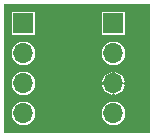
<source format=gbr>
G04 #@! TF.GenerationSoftware,KiCad,Pcbnew,(5.1.5-0-10_14)*
G04 #@! TF.CreationDate,2020-09-27T01:07:16-07:00*
G04 #@! TF.ProjectId,AD822x_Breakout,41443832-3278-45f4-9272-65616b6f7574,rev?*
G04 #@! TF.SameCoordinates,Original*
G04 #@! TF.FileFunction,Copper,L2,Bot*
G04 #@! TF.FilePolarity,Positive*
%FSLAX46Y46*%
G04 Gerber Fmt 4.6, Leading zero omitted, Abs format (unit mm)*
G04 Created by KiCad (PCBNEW (5.1.5-0-10_14)) date 2020-09-27 01:07:16*
%MOMM*%
%LPD*%
G04 APERTURE LIST*
%ADD10O,1.700000X1.700000*%
%ADD11R,1.700000X1.700000*%
%ADD12C,0.100000*%
G04 APERTURE END LIST*
D10*
X137160000Y-88900000D03*
X137160000Y-86360000D03*
X137160000Y-83820000D03*
D11*
X137160000Y-81280000D03*
X144780000Y-81280000D03*
D10*
X144780000Y-83820000D03*
X144780000Y-86360000D03*
X144780000Y-88900000D03*
D12*
G36*
X147825001Y-90525000D02*
G01*
X135575000Y-90525000D01*
X135575000Y-88798849D01*
X136133000Y-88798849D01*
X136133000Y-89001151D01*
X136172467Y-89199565D01*
X136249885Y-89386467D01*
X136362277Y-89554674D01*
X136505326Y-89697723D01*
X136673533Y-89810115D01*
X136860435Y-89887533D01*
X137058849Y-89927000D01*
X137261151Y-89927000D01*
X137459565Y-89887533D01*
X137646467Y-89810115D01*
X137814674Y-89697723D01*
X137957723Y-89554674D01*
X138070115Y-89386467D01*
X138147533Y-89199565D01*
X138187000Y-89001151D01*
X138187000Y-88798849D01*
X143753000Y-88798849D01*
X143753000Y-89001151D01*
X143792467Y-89199565D01*
X143869885Y-89386467D01*
X143982277Y-89554674D01*
X144125326Y-89697723D01*
X144293533Y-89810115D01*
X144480435Y-89887533D01*
X144678849Y-89927000D01*
X144881151Y-89927000D01*
X145079565Y-89887533D01*
X145266467Y-89810115D01*
X145434674Y-89697723D01*
X145577723Y-89554674D01*
X145690115Y-89386467D01*
X145767533Y-89199565D01*
X145807000Y-89001151D01*
X145807000Y-88798849D01*
X145767533Y-88600435D01*
X145690115Y-88413533D01*
X145577723Y-88245326D01*
X145434674Y-88102277D01*
X145266467Y-87989885D01*
X145079565Y-87912467D01*
X144881151Y-87873000D01*
X144678849Y-87873000D01*
X144480435Y-87912467D01*
X144293533Y-87989885D01*
X144125326Y-88102277D01*
X143982277Y-88245326D01*
X143869885Y-88413533D01*
X143792467Y-88600435D01*
X143753000Y-88798849D01*
X138187000Y-88798849D01*
X138147533Y-88600435D01*
X138070115Y-88413533D01*
X137957723Y-88245326D01*
X137814674Y-88102277D01*
X137646467Y-87989885D01*
X137459565Y-87912467D01*
X137261151Y-87873000D01*
X137058849Y-87873000D01*
X136860435Y-87912467D01*
X136673533Y-87989885D01*
X136505326Y-88102277D01*
X136362277Y-88245326D01*
X136249885Y-88413533D01*
X136172467Y-88600435D01*
X136133000Y-88798849D01*
X135575000Y-88798849D01*
X135575000Y-86258849D01*
X136133000Y-86258849D01*
X136133000Y-86461151D01*
X136172467Y-86659565D01*
X136249885Y-86846467D01*
X136362277Y-87014674D01*
X136505326Y-87157723D01*
X136673533Y-87270115D01*
X136860435Y-87347533D01*
X137058849Y-87387000D01*
X137261151Y-87387000D01*
X137459565Y-87347533D01*
X137646467Y-87270115D01*
X137814674Y-87157723D01*
X137957723Y-87014674D01*
X138070115Y-86846467D01*
X138147533Y-86659565D01*
X138175021Y-86521371D01*
X143793107Y-86521371D01*
X143806474Y-86588580D01*
X143869774Y-86774113D01*
X143968053Y-86943732D01*
X144097535Y-87090919D01*
X144253244Y-87210017D01*
X144429196Y-87296449D01*
X144618629Y-87346894D01*
X144775000Y-87322488D01*
X144775000Y-86365000D01*
X144785000Y-86365000D01*
X144785000Y-87322488D01*
X144941371Y-87346894D01*
X145130804Y-87296449D01*
X145306756Y-87210017D01*
X145462465Y-87090919D01*
X145591947Y-86943732D01*
X145690226Y-86774113D01*
X145753526Y-86588580D01*
X145766893Y-86521371D01*
X145742487Y-86365000D01*
X144785000Y-86365000D01*
X144775000Y-86365000D01*
X143817513Y-86365000D01*
X143793107Y-86521371D01*
X138175021Y-86521371D01*
X138187000Y-86461151D01*
X138187000Y-86258849D01*
X138175022Y-86198629D01*
X143793107Y-86198629D01*
X143817513Y-86355000D01*
X144775000Y-86355000D01*
X144775000Y-85397512D01*
X144785000Y-85397512D01*
X144785000Y-86355000D01*
X145742487Y-86355000D01*
X145766893Y-86198629D01*
X145753526Y-86131420D01*
X145690226Y-85945887D01*
X145591947Y-85776268D01*
X145462465Y-85629081D01*
X145306756Y-85509983D01*
X145130804Y-85423551D01*
X144941371Y-85373106D01*
X144785000Y-85397512D01*
X144775000Y-85397512D01*
X144618629Y-85373106D01*
X144429196Y-85423551D01*
X144253244Y-85509983D01*
X144097535Y-85629081D01*
X143968053Y-85776268D01*
X143869774Y-85945887D01*
X143806474Y-86131420D01*
X143793107Y-86198629D01*
X138175022Y-86198629D01*
X138147533Y-86060435D01*
X138070115Y-85873533D01*
X137957723Y-85705326D01*
X137814674Y-85562277D01*
X137646467Y-85449885D01*
X137459565Y-85372467D01*
X137261151Y-85333000D01*
X137058849Y-85333000D01*
X136860435Y-85372467D01*
X136673533Y-85449885D01*
X136505326Y-85562277D01*
X136362277Y-85705326D01*
X136249885Y-85873533D01*
X136172467Y-86060435D01*
X136133000Y-86258849D01*
X135575000Y-86258849D01*
X135575000Y-83718849D01*
X136133000Y-83718849D01*
X136133000Y-83921151D01*
X136172467Y-84119565D01*
X136249885Y-84306467D01*
X136362277Y-84474674D01*
X136505326Y-84617723D01*
X136673533Y-84730115D01*
X136860435Y-84807533D01*
X137058849Y-84847000D01*
X137261151Y-84847000D01*
X137459565Y-84807533D01*
X137646467Y-84730115D01*
X137814674Y-84617723D01*
X137957723Y-84474674D01*
X138070115Y-84306467D01*
X138147533Y-84119565D01*
X138187000Y-83921151D01*
X138187000Y-83718849D01*
X143753000Y-83718849D01*
X143753000Y-83921151D01*
X143792467Y-84119565D01*
X143869885Y-84306467D01*
X143982277Y-84474674D01*
X144125326Y-84617723D01*
X144293533Y-84730115D01*
X144480435Y-84807533D01*
X144678849Y-84847000D01*
X144881151Y-84847000D01*
X145079565Y-84807533D01*
X145266467Y-84730115D01*
X145434674Y-84617723D01*
X145577723Y-84474674D01*
X145690115Y-84306467D01*
X145767533Y-84119565D01*
X145807000Y-83921151D01*
X145807000Y-83718849D01*
X145767533Y-83520435D01*
X145690115Y-83333533D01*
X145577723Y-83165326D01*
X145434674Y-83022277D01*
X145266467Y-82909885D01*
X145079565Y-82832467D01*
X144881151Y-82793000D01*
X144678849Y-82793000D01*
X144480435Y-82832467D01*
X144293533Y-82909885D01*
X144125326Y-83022277D01*
X143982277Y-83165326D01*
X143869885Y-83333533D01*
X143792467Y-83520435D01*
X143753000Y-83718849D01*
X138187000Y-83718849D01*
X138147533Y-83520435D01*
X138070115Y-83333533D01*
X137957723Y-83165326D01*
X137814674Y-83022277D01*
X137646467Y-82909885D01*
X137459565Y-82832467D01*
X137261151Y-82793000D01*
X137058849Y-82793000D01*
X136860435Y-82832467D01*
X136673533Y-82909885D01*
X136505326Y-83022277D01*
X136362277Y-83165326D01*
X136249885Y-83333533D01*
X136172467Y-83520435D01*
X136133000Y-83718849D01*
X135575000Y-83718849D01*
X135575000Y-80430000D01*
X136132144Y-80430000D01*
X136132144Y-82130000D01*
X136135561Y-82164698D01*
X136145682Y-82198063D01*
X136162118Y-82228811D01*
X136184237Y-82255763D01*
X136211189Y-82277882D01*
X136241937Y-82294318D01*
X136275302Y-82304439D01*
X136310000Y-82307856D01*
X138010000Y-82307856D01*
X138044698Y-82304439D01*
X138078063Y-82294318D01*
X138108811Y-82277882D01*
X138135763Y-82255763D01*
X138157882Y-82228811D01*
X138174318Y-82198063D01*
X138184439Y-82164698D01*
X138187856Y-82130000D01*
X138187856Y-80430000D01*
X143752144Y-80430000D01*
X143752144Y-82130000D01*
X143755561Y-82164698D01*
X143765682Y-82198063D01*
X143782118Y-82228811D01*
X143804237Y-82255763D01*
X143831189Y-82277882D01*
X143861937Y-82294318D01*
X143895302Y-82304439D01*
X143930000Y-82307856D01*
X145630000Y-82307856D01*
X145664698Y-82304439D01*
X145698063Y-82294318D01*
X145728811Y-82277882D01*
X145755763Y-82255763D01*
X145777882Y-82228811D01*
X145794318Y-82198063D01*
X145804439Y-82164698D01*
X145807856Y-82130000D01*
X145807856Y-80430000D01*
X145804439Y-80395302D01*
X145794318Y-80361937D01*
X145777882Y-80331189D01*
X145755763Y-80304237D01*
X145728811Y-80282118D01*
X145698063Y-80265682D01*
X145664698Y-80255561D01*
X145630000Y-80252144D01*
X143930000Y-80252144D01*
X143895302Y-80255561D01*
X143861937Y-80265682D01*
X143831189Y-80282118D01*
X143804237Y-80304237D01*
X143782118Y-80331189D01*
X143765682Y-80361937D01*
X143755561Y-80395302D01*
X143752144Y-80430000D01*
X138187856Y-80430000D01*
X138184439Y-80395302D01*
X138174318Y-80361937D01*
X138157882Y-80331189D01*
X138135763Y-80304237D01*
X138108811Y-80282118D01*
X138078063Y-80265682D01*
X138044698Y-80255561D01*
X138010000Y-80252144D01*
X136310000Y-80252144D01*
X136275302Y-80255561D01*
X136241937Y-80265682D01*
X136211189Y-80282118D01*
X136184237Y-80304237D01*
X136162118Y-80331189D01*
X136145682Y-80361937D01*
X136135561Y-80395302D01*
X136132144Y-80430000D01*
X135575000Y-80430000D01*
X135575000Y-79675000D01*
X147825000Y-79675000D01*
X147825001Y-90525000D01*
G37*
X147825001Y-90525000D02*
X135575000Y-90525000D01*
X135575000Y-88798849D01*
X136133000Y-88798849D01*
X136133000Y-89001151D01*
X136172467Y-89199565D01*
X136249885Y-89386467D01*
X136362277Y-89554674D01*
X136505326Y-89697723D01*
X136673533Y-89810115D01*
X136860435Y-89887533D01*
X137058849Y-89927000D01*
X137261151Y-89927000D01*
X137459565Y-89887533D01*
X137646467Y-89810115D01*
X137814674Y-89697723D01*
X137957723Y-89554674D01*
X138070115Y-89386467D01*
X138147533Y-89199565D01*
X138187000Y-89001151D01*
X138187000Y-88798849D01*
X143753000Y-88798849D01*
X143753000Y-89001151D01*
X143792467Y-89199565D01*
X143869885Y-89386467D01*
X143982277Y-89554674D01*
X144125326Y-89697723D01*
X144293533Y-89810115D01*
X144480435Y-89887533D01*
X144678849Y-89927000D01*
X144881151Y-89927000D01*
X145079565Y-89887533D01*
X145266467Y-89810115D01*
X145434674Y-89697723D01*
X145577723Y-89554674D01*
X145690115Y-89386467D01*
X145767533Y-89199565D01*
X145807000Y-89001151D01*
X145807000Y-88798849D01*
X145767533Y-88600435D01*
X145690115Y-88413533D01*
X145577723Y-88245326D01*
X145434674Y-88102277D01*
X145266467Y-87989885D01*
X145079565Y-87912467D01*
X144881151Y-87873000D01*
X144678849Y-87873000D01*
X144480435Y-87912467D01*
X144293533Y-87989885D01*
X144125326Y-88102277D01*
X143982277Y-88245326D01*
X143869885Y-88413533D01*
X143792467Y-88600435D01*
X143753000Y-88798849D01*
X138187000Y-88798849D01*
X138147533Y-88600435D01*
X138070115Y-88413533D01*
X137957723Y-88245326D01*
X137814674Y-88102277D01*
X137646467Y-87989885D01*
X137459565Y-87912467D01*
X137261151Y-87873000D01*
X137058849Y-87873000D01*
X136860435Y-87912467D01*
X136673533Y-87989885D01*
X136505326Y-88102277D01*
X136362277Y-88245326D01*
X136249885Y-88413533D01*
X136172467Y-88600435D01*
X136133000Y-88798849D01*
X135575000Y-88798849D01*
X135575000Y-86258849D01*
X136133000Y-86258849D01*
X136133000Y-86461151D01*
X136172467Y-86659565D01*
X136249885Y-86846467D01*
X136362277Y-87014674D01*
X136505326Y-87157723D01*
X136673533Y-87270115D01*
X136860435Y-87347533D01*
X137058849Y-87387000D01*
X137261151Y-87387000D01*
X137459565Y-87347533D01*
X137646467Y-87270115D01*
X137814674Y-87157723D01*
X137957723Y-87014674D01*
X138070115Y-86846467D01*
X138147533Y-86659565D01*
X138175021Y-86521371D01*
X143793107Y-86521371D01*
X143806474Y-86588580D01*
X143869774Y-86774113D01*
X143968053Y-86943732D01*
X144097535Y-87090919D01*
X144253244Y-87210017D01*
X144429196Y-87296449D01*
X144618629Y-87346894D01*
X144775000Y-87322488D01*
X144775000Y-86365000D01*
X144785000Y-86365000D01*
X144785000Y-87322488D01*
X144941371Y-87346894D01*
X145130804Y-87296449D01*
X145306756Y-87210017D01*
X145462465Y-87090919D01*
X145591947Y-86943732D01*
X145690226Y-86774113D01*
X145753526Y-86588580D01*
X145766893Y-86521371D01*
X145742487Y-86365000D01*
X144785000Y-86365000D01*
X144775000Y-86365000D01*
X143817513Y-86365000D01*
X143793107Y-86521371D01*
X138175021Y-86521371D01*
X138187000Y-86461151D01*
X138187000Y-86258849D01*
X138175022Y-86198629D01*
X143793107Y-86198629D01*
X143817513Y-86355000D01*
X144775000Y-86355000D01*
X144775000Y-85397512D01*
X144785000Y-85397512D01*
X144785000Y-86355000D01*
X145742487Y-86355000D01*
X145766893Y-86198629D01*
X145753526Y-86131420D01*
X145690226Y-85945887D01*
X145591947Y-85776268D01*
X145462465Y-85629081D01*
X145306756Y-85509983D01*
X145130804Y-85423551D01*
X144941371Y-85373106D01*
X144785000Y-85397512D01*
X144775000Y-85397512D01*
X144618629Y-85373106D01*
X144429196Y-85423551D01*
X144253244Y-85509983D01*
X144097535Y-85629081D01*
X143968053Y-85776268D01*
X143869774Y-85945887D01*
X143806474Y-86131420D01*
X143793107Y-86198629D01*
X138175022Y-86198629D01*
X138147533Y-86060435D01*
X138070115Y-85873533D01*
X137957723Y-85705326D01*
X137814674Y-85562277D01*
X137646467Y-85449885D01*
X137459565Y-85372467D01*
X137261151Y-85333000D01*
X137058849Y-85333000D01*
X136860435Y-85372467D01*
X136673533Y-85449885D01*
X136505326Y-85562277D01*
X136362277Y-85705326D01*
X136249885Y-85873533D01*
X136172467Y-86060435D01*
X136133000Y-86258849D01*
X135575000Y-86258849D01*
X135575000Y-83718849D01*
X136133000Y-83718849D01*
X136133000Y-83921151D01*
X136172467Y-84119565D01*
X136249885Y-84306467D01*
X136362277Y-84474674D01*
X136505326Y-84617723D01*
X136673533Y-84730115D01*
X136860435Y-84807533D01*
X137058849Y-84847000D01*
X137261151Y-84847000D01*
X137459565Y-84807533D01*
X137646467Y-84730115D01*
X137814674Y-84617723D01*
X137957723Y-84474674D01*
X138070115Y-84306467D01*
X138147533Y-84119565D01*
X138187000Y-83921151D01*
X138187000Y-83718849D01*
X143753000Y-83718849D01*
X143753000Y-83921151D01*
X143792467Y-84119565D01*
X143869885Y-84306467D01*
X143982277Y-84474674D01*
X144125326Y-84617723D01*
X144293533Y-84730115D01*
X144480435Y-84807533D01*
X144678849Y-84847000D01*
X144881151Y-84847000D01*
X145079565Y-84807533D01*
X145266467Y-84730115D01*
X145434674Y-84617723D01*
X145577723Y-84474674D01*
X145690115Y-84306467D01*
X145767533Y-84119565D01*
X145807000Y-83921151D01*
X145807000Y-83718849D01*
X145767533Y-83520435D01*
X145690115Y-83333533D01*
X145577723Y-83165326D01*
X145434674Y-83022277D01*
X145266467Y-82909885D01*
X145079565Y-82832467D01*
X144881151Y-82793000D01*
X144678849Y-82793000D01*
X144480435Y-82832467D01*
X144293533Y-82909885D01*
X144125326Y-83022277D01*
X143982277Y-83165326D01*
X143869885Y-83333533D01*
X143792467Y-83520435D01*
X143753000Y-83718849D01*
X138187000Y-83718849D01*
X138147533Y-83520435D01*
X138070115Y-83333533D01*
X137957723Y-83165326D01*
X137814674Y-83022277D01*
X137646467Y-82909885D01*
X137459565Y-82832467D01*
X137261151Y-82793000D01*
X137058849Y-82793000D01*
X136860435Y-82832467D01*
X136673533Y-82909885D01*
X136505326Y-83022277D01*
X136362277Y-83165326D01*
X136249885Y-83333533D01*
X136172467Y-83520435D01*
X136133000Y-83718849D01*
X135575000Y-83718849D01*
X135575000Y-80430000D01*
X136132144Y-80430000D01*
X136132144Y-82130000D01*
X136135561Y-82164698D01*
X136145682Y-82198063D01*
X136162118Y-82228811D01*
X136184237Y-82255763D01*
X136211189Y-82277882D01*
X136241937Y-82294318D01*
X136275302Y-82304439D01*
X136310000Y-82307856D01*
X138010000Y-82307856D01*
X138044698Y-82304439D01*
X138078063Y-82294318D01*
X138108811Y-82277882D01*
X138135763Y-82255763D01*
X138157882Y-82228811D01*
X138174318Y-82198063D01*
X138184439Y-82164698D01*
X138187856Y-82130000D01*
X138187856Y-80430000D01*
X143752144Y-80430000D01*
X143752144Y-82130000D01*
X143755561Y-82164698D01*
X143765682Y-82198063D01*
X143782118Y-82228811D01*
X143804237Y-82255763D01*
X143831189Y-82277882D01*
X143861937Y-82294318D01*
X143895302Y-82304439D01*
X143930000Y-82307856D01*
X145630000Y-82307856D01*
X145664698Y-82304439D01*
X145698063Y-82294318D01*
X145728811Y-82277882D01*
X145755763Y-82255763D01*
X145777882Y-82228811D01*
X145794318Y-82198063D01*
X145804439Y-82164698D01*
X145807856Y-82130000D01*
X145807856Y-80430000D01*
X145804439Y-80395302D01*
X145794318Y-80361937D01*
X145777882Y-80331189D01*
X145755763Y-80304237D01*
X145728811Y-80282118D01*
X145698063Y-80265682D01*
X145664698Y-80255561D01*
X145630000Y-80252144D01*
X143930000Y-80252144D01*
X143895302Y-80255561D01*
X143861937Y-80265682D01*
X143831189Y-80282118D01*
X143804237Y-80304237D01*
X143782118Y-80331189D01*
X143765682Y-80361937D01*
X143755561Y-80395302D01*
X143752144Y-80430000D01*
X138187856Y-80430000D01*
X138184439Y-80395302D01*
X138174318Y-80361937D01*
X138157882Y-80331189D01*
X138135763Y-80304237D01*
X138108811Y-80282118D01*
X138078063Y-80265682D01*
X138044698Y-80255561D01*
X138010000Y-80252144D01*
X136310000Y-80252144D01*
X136275302Y-80255561D01*
X136241937Y-80265682D01*
X136211189Y-80282118D01*
X136184237Y-80304237D01*
X136162118Y-80331189D01*
X136145682Y-80361937D01*
X136135561Y-80395302D01*
X136132144Y-80430000D01*
X135575000Y-80430000D01*
X135575000Y-79675000D01*
X147825000Y-79675000D01*
X147825001Y-90525000D01*
M02*

</source>
